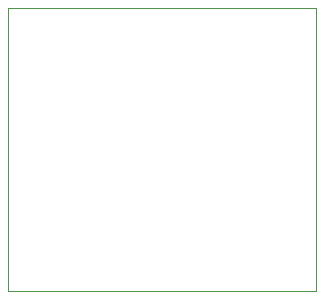
<source format=gbr>
G04 #@! TF.GenerationSoftware,KiCad,Pcbnew,6.0.5+dfsg-1~bpo11+1*
G04 #@! TF.ProjectId,_autosave-esp8266_pzem16_ac,5f617574-6f73-4617-9665-2d6573703832,rev?*
G04 #@! TF.SameCoordinates,Original*
G04 #@! TF.FileFunction,Profile,NP*
%FSLAX46Y46*%
G04 Gerber Fmt 4.6, Leading zero omitted, Abs format (unit mm)*
%MOMM*%
%LPD*%
G01*
G04 APERTURE LIST*
G04 #@! TA.AperFunction,Profile*
%ADD10C,0.100000*%
G04 #@! TD*
G04 APERTURE END LIST*
D10*
X86233000Y-31496000D02*
X60198000Y-31496000D01*
X60198000Y-31496000D02*
X60198000Y-55499000D01*
X60198000Y-55499000D02*
X86233000Y-55499000D01*
X86233000Y-55499000D02*
X86233000Y-31496000D01*
M02*

</source>
